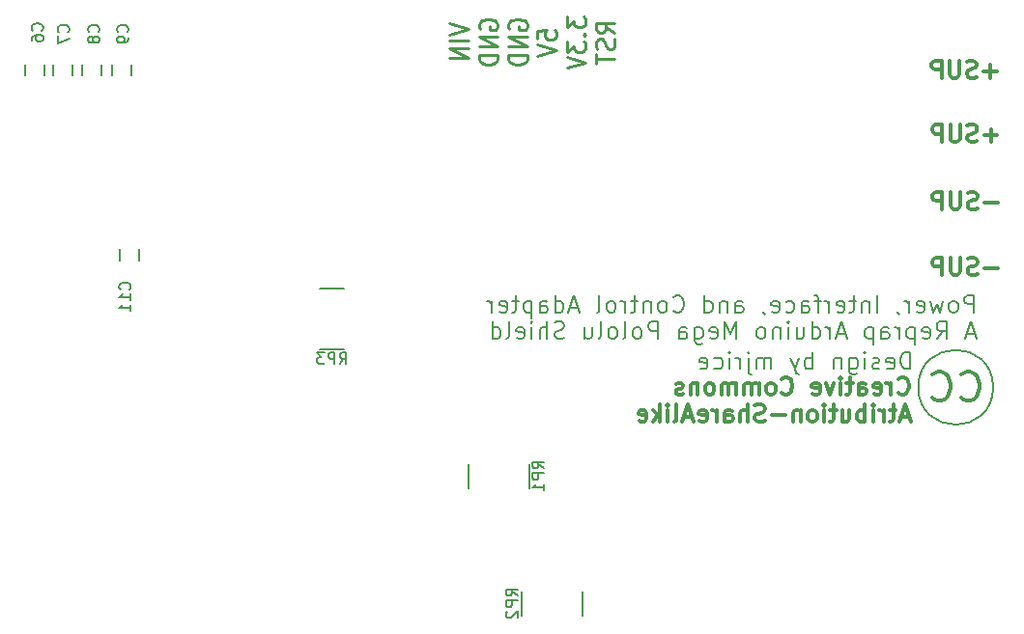
<source format=gbr>
G04 #@! TF.FileFunction,Legend,Bot*
%FSLAX46Y46*%
G04 Gerber Fmt 4.6, Leading zero omitted, Abs format (unit mm)*
G04 Created by KiCad (PCBNEW 4.0.2-stable) date 4/20/2016 11:19:16 PM*
%MOMM*%
G01*
G04 APERTURE LIST*
%ADD10C,0.100000*%
%ADD11C,0.200000*%
%ADD12C,0.300000*%
%ADD13C,0.203200*%
%ADD14C,0.254000*%
%ADD15C,0.150000*%
G04 APERTURE END LIST*
D10*
D11*
X217708220Y-110642400D02*
G75*
G03X217708220Y-110642400I-3281420J0D01*
G01*
D12*
X209402514Y-111121114D02*
X209473943Y-111192543D01*
X209688229Y-111263971D01*
X209831086Y-111263971D01*
X210045371Y-111192543D01*
X210188229Y-111049686D01*
X210259657Y-110906829D01*
X210331086Y-110621114D01*
X210331086Y-110406829D01*
X210259657Y-110121114D01*
X210188229Y-109978257D01*
X210045371Y-109835400D01*
X209831086Y-109763971D01*
X209688229Y-109763971D01*
X209473943Y-109835400D01*
X209402514Y-109906829D01*
X208759657Y-111263971D02*
X208759657Y-110263971D01*
X208759657Y-110549686D02*
X208688229Y-110406829D01*
X208616800Y-110335400D01*
X208473943Y-110263971D01*
X208331086Y-110263971D01*
X207259658Y-111192543D02*
X207402515Y-111263971D01*
X207688229Y-111263971D01*
X207831086Y-111192543D01*
X207902515Y-111049686D01*
X207902515Y-110478257D01*
X207831086Y-110335400D01*
X207688229Y-110263971D01*
X207402515Y-110263971D01*
X207259658Y-110335400D01*
X207188229Y-110478257D01*
X207188229Y-110621114D01*
X207902515Y-110763971D01*
X205902515Y-111263971D02*
X205902515Y-110478257D01*
X205973944Y-110335400D01*
X206116801Y-110263971D01*
X206402515Y-110263971D01*
X206545372Y-110335400D01*
X205902515Y-111192543D02*
X206045372Y-111263971D01*
X206402515Y-111263971D01*
X206545372Y-111192543D01*
X206616801Y-111049686D01*
X206616801Y-110906829D01*
X206545372Y-110763971D01*
X206402515Y-110692543D01*
X206045372Y-110692543D01*
X205902515Y-110621114D01*
X205402515Y-110263971D02*
X204831086Y-110263971D01*
X205188229Y-109763971D02*
X205188229Y-111049686D01*
X205116801Y-111192543D01*
X204973943Y-111263971D01*
X204831086Y-111263971D01*
X204331086Y-111263971D02*
X204331086Y-110263971D01*
X204331086Y-109763971D02*
X204402515Y-109835400D01*
X204331086Y-109906829D01*
X204259658Y-109835400D01*
X204331086Y-109763971D01*
X204331086Y-109906829D01*
X203759657Y-110263971D02*
X203402514Y-111263971D01*
X203045372Y-110263971D01*
X201902515Y-111192543D02*
X202045372Y-111263971D01*
X202331086Y-111263971D01*
X202473943Y-111192543D01*
X202545372Y-111049686D01*
X202545372Y-110478257D01*
X202473943Y-110335400D01*
X202331086Y-110263971D01*
X202045372Y-110263971D01*
X201902515Y-110335400D01*
X201831086Y-110478257D01*
X201831086Y-110621114D01*
X202545372Y-110763971D01*
X199188229Y-111121114D02*
X199259658Y-111192543D01*
X199473944Y-111263971D01*
X199616801Y-111263971D01*
X199831086Y-111192543D01*
X199973944Y-111049686D01*
X200045372Y-110906829D01*
X200116801Y-110621114D01*
X200116801Y-110406829D01*
X200045372Y-110121114D01*
X199973944Y-109978257D01*
X199831086Y-109835400D01*
X199616801Y-109763971D01*
X199473944Y-109763971D01*
X199259658Y-109835400D01*
X199188229Y-109906829D01*
X198331086Y-111263971D02*
X198473944Y-111192543D01*
X198545372Y-111121114D01*
X198616801Y-110978257D01*
X198616801Y-110549686D01*
X198545372Y-110406829D01*
X198473944Y-110335400D01*
X198331086Y-110263971D01*
X198116801Y-110263971D01*
X197973944Y-110335400D01*
X197902515Y-110406829D01*
X197831086Y-110549686D01*
X197831086Y-110978257D01*
X197902515Y-111121114D01*
X197973944Y-111192543D01*
X198116801Y-111263971D01*
X198331086Y-111263971D01*
X197188229Y-111263971D02*
X197188229Y-110263971D01*
X197188229Y-110406829D02*
X197116801Y-110335400D01*
X196973943Y-110263971D01*
X196759658Y-110263971D01*
X196616801Y-110335400D01*
X196545372Y-110478257D01*
X196545372Y-111263971D01*
X196545372Y-110478257D02*
X196473943Y-110335400D01*
X196331086Y-110263971D01*
X196116801Y-110263971D01*
X195973943Y-110335400D01*
X195902515Y-110478257D01*
X195902515Y-111263971D01*
X195188229Y-111263971D02*
X195188229Y-110263971D01*
X195188229Y-110406829D02*
X195116801Y-110335400D01*
X194973943Y-110263971D01*
X194759658Y-110263971D01*
X194616801Y-110335400D01*
X194545372Y-110478257D01*
X194545372Y-111263971D01*
X194545372Y-110478257D02*
X194473943Y-110335400D01*
X194331086Y-110263971D01*
X194116801Y-110263971D01*
X193973943Y-110335400D01*
X193902515Y-110478257D01*
X193902515Y-111263971D01*
X192973943Y-111263971D02*
X193116801Y-111192543D01*
X193188229Y-111121114D01*
X193259658Y-110978257D01*
X193259658Y-110549686D01*
X193188229Y-110406829D01*
X193116801Y-110335400D01*
X192973943Y-110263971D01*
X192759658Y-110263971D01*
X192616801Y-110335400D01*
X192545372Y-110406829D01*
X192473943Y-110549686D01*
X192473943Y-110978257D01*
X192545372Y-111121114D01*
X192616801Y-111192543D01*
X192759658Y-111263971D01*
X192973943Y-111263971D01*
X191831086Y-110263971D02*
X191831086Y-111263971D01*
X191831086Y-110406829D02*
X191759658Y-110335400D01*
X191616800Y-110263971D01*
X191402515Y-110263971D01*
X191259658Y-110335400D01*
X191188229Y-110478257D01*
X191188229Y-111263971D01*
X190545372Y-111192543D02*
X190402515Y-111263971D01*
X190116800Y-111263971D01*
X189973943Y-111192543D01*
X189902515Y-111049686D01*
X189902515Y-110978257D01*
X189973943Y-110835400D01*
X190116800Y-110763971D01*
X190331086Y-110763971D01*
X190473943Y-110692543D01*
X190545372Y-110549686D01*
X190545372Y-110478257D01*
X190473943Y-110335400D01*
X190331086Y-110263971D01*
X190116800Y-110263971D01*
X189973943Y-110335400D01*
X210331086Y-113235400D02*
X209616800Y-113235400D01*
X210473943Y-113663971D02*
X209973943Y-112163971D01*
X209473943Y-113663971D01*
X209188229Y-112663971D02*
X208616800Y-112663971D01*
X208973943Y-112163971D02*
X208973943Y-113449686D01*
X208902515Y-113592543D01*
X208759657Y-113663971D01*
X208616800Y-113663971D01*
X208116800Y-113663971D02*
X208116800Y-112663971D01*
X208116800Y-112949686D02*
X208045372Y-112806829D01*
X207973943Y-112735400D01*
X207831086Y-112663971D01*
X207688229Y-112663971D01*
X207188229Y-113663971D02*
X207188229Y-112663971D01*
X207188229Y-112163971D02*
X207259658Y-112235400D01*
X207188229Y-112306829D01*
X207116801Y-112235400D01*
X207188229Y-112163971D01*
X207188229Y-112306829D01*
X206473943Y-113663971D02*
X206473943Y-112163971D01*
X206473943Y-112735400D02*
X206331086Y-112663971D01*
X206045372Y-112663971D01*
X205902515Y-112735400D01*
X205831086Y-112806829D01*
X205759657Y-112949686D01*
X205759657Y-113378257D01*
X205831086Y-113521114D01*
X205902515Y-113592543D01*
X206045372Y-113663971D01*
X206331086Y-113663971D01*
X206473943Y-113592543D01*
X204473943Y-112663971D02*
X204473943Y-113663971D01*
X205116800Y-112663971D02*
X205116800Y-113449686D01*
X205045372Y-113592543D01*
X204902514Y-113663971D01*
X204688229Y-113663971D01*
X204545372Y-113592543D01*
X204473943Y-113521114D01*
X203973943Y-112663971D02*
X203402514Y-112663971D01*
X203759657Y-112163971D02*
X203759657Y-113449686D01*
X203688229Y-113592543D01*
X203545371Y-113663971D01*
X203402514Y-113663971D01*
X202902514Y-113663971D02*
X202902514Y-112663971D01*
X202902514Y-112163971D02*
X202973943Y-112235400D01*
X202902514Y-112306829D01*
X202831086Y-112235400D01*
X202902514Y-112163971D01*
X202902514Y-112306829D01*
X201973942Y-113663971D02*
X202116800Y-113592543D01*
X202188228Y-113521114D01*
X202259657Y-113378257D01*
X202259657Y-112949686D01*
X202188228Y-112806829D01*
X202116800Y-112735400D01*
X201973942Y-112663971D01*
X201759657Y-112663971D01*
X201616800Y-112735400D01*
X201545371Y-112806829D01*
X201473942Y-112949686D01*
X201473942Y-113378257D01*
X201545371Y-113521114D01*
X201616800Y-113592543D01*
X201759657Y-113663971D01*
X201973942Y-113663971D01*
X200831085Y-112663971D02*
X200831085Y-113663971D01*
X200831085Y-112806829D02*
X200759657Y-112735400D01*
X200616799Y-112663971D01*
X200402514Y-112663971D01*
X200259657Y-112735400D01*
X200188228Y-112878257D01*
X200188228Y-113663971D01*
X199473942Y-113092543D02*
X198331085Y-113092543D01*
X197688228Y-113592543D02*
X197473942Y-113663971D01*
X197116799Y-113663971D01*
X196973942Y-113592543D01*
X196902513Y-113521114D01*
X196831085Y-113378257D01*
X196831085Y-113235400D01*
X196902513Y-113092543D01*
X196973942Y-113021114D01*
X197116799Y-112949686D01*
X197402513Y-112878257D01*
X197545371Y-112806829D01*
X197616799Y-112735400D01*
X197688228Y-112592543D01*
X197688228Y-112449686D01*
X197616799Y-112306829D01*
X197545371Y-112235400D01*
X197402513Y-112163971D01*
X197045371Y-112163971D01*
X196831085Y-112235400D01*
X196188228Y-113663971D02*
X196188228Y-112163971D01*
X195545371Y-113663971D02*
X195545371Y-112878257D01*
X195616800Y-112735400D01*
X195759657Y-112663971D01*
X195973942Y-112663971D01*
X196116800Y-112735400D01*
X196188228Y-112806829D01*
X194188228Y-113663971D02*
X194188228Y-112878257D01*
X194259657Y-112735400D01*
X194402514Y-112663971D01*
X194688228Y-112663971D01*
X194831085Y-112735400D01*
X194188228Y-113592543D02*
X194331085Y-113663971D01*
X194688228Y-113663971D01*
X194831085Y-113592543D01*
X194902514Y-113449686D01*
X194902514Y-113306829D01*
X194831085Y-113163971D01*
X194688228Y-113092543D01*
X194331085Y-113092543D01*
X194188228Y-113021114D01*
X193473942Y-113663971D02*
X193473942Y-112663971D01*
X193473942Y-112949686D02*
X193402514Y-112806829D01*
X193331085Y-112735400D01*
X193188228Y-112663971D01*
X193045371Y-112663971D01*
X191973943Y-113592543D02*
X192116800Y-113663971D01*
X192402514Y-113663971D01*
X192545371Y-113592543D01*
X192616800Y-113449686D01*
X192616800Y-112878257D01*
X192545371Y-112735400D01*
X192402514Y-112663971D01*
X192116800Y-112663971D01*
X191973943Y-112735400D01*
X191902514Y-112878257D01*
X191902514Y-113021114D01*
X192616800Y-113163971D01*
X191331086Y-113235400D02*
X190616800Y-113235400D01*
X191473943Y-113663971D02*
X190973943Y-112163971D01*
X190473943Y-113663971D01*
X189759657Y-113663971D02*
X189902515Y-113592543D01*
X189973943Y-113449686D01*
X189973943Y-112163971D01*
X189188229Y-113663971D02*
X189188229Y-112663971D01*
X189188229Y-112163971D02*
X189259658Y-112235400D01*
X189188229Y-112306829D01*
X189116801Y-112235400D01*
X189188229Y-112163971D01*
X189188229Y-112306829D01*
X188473943Y-113663971D02*
X188473943Y-112163971D01*
X188331086Y-113092543D02*
X187902515Y-113663971D01*
X187902515Y-112663971D02*
X188473943Y-113235400D01*
X186688229Y-113592543D02*
X186831086Y-113663971D01*
X187116800Y-113663971D01*
X187259657Y-113592543D01*
X187331086Y-113449686D01*
X187331086Y-112878257D01*
X187259657Y-112735400D01*
X187116800Y-112663971D01*
X186831086Y-112663971D01*
X186688229Y-112735400D01*
X186616800Y-112878257D01*
X186616800Y-113021114D01*
X187331086Y-113163971D01*
X214936010Y-111574943D02*
X215056962Y-111695895D01*
X215419819Y-111816848D01*
X215661724Y-111816848D01*
X216024581Y-111695895D01*
X216266486Y-111453990D01*
X216387438Y-111212086D01*
X216508390Y-110728276D01*
X216508390Y-110365419D01*
X216387438Y-109881610D01*
X216266486Y-109639705D01*
X216024581Y-109397800D01*
X215661724Y-109276848D01*
X215419819Y-109276848D01*
X215056962Y-109397800D01*
X214936010Y-109518752D01*
X212396010Y-111574943D02*
X212516962Y-111695895D01*
X212879819Y-111816848D01*
X213121724Y-111816848D01*
X213484581Y-111695895D01*
X213726486Y-111453990D01*
X213847438Y-111212086D01*
X213968390Y-110728276D01*
X213968390Y-110365419D01*
X213847438Y-109881610D01*
X213726486Y-109639705D01*
X213484581Y-109397800D01*
X213121724Y-109276848D01*
X212879819Y-109276848D01*
X212516962Y-109397800D01*
X212396010Y-109518752D01*
D13*
X210458485Y-109034971D02*
X210458485Y-107534971D01*
X210101342Y-107534971D01*
X209887057Y-107606400D01*
X209744199Y-107749257D01*
X209672771Y-107892114D01*
X209601342Y-108177829D01*
X209601342Y-108392114D01*
X209672771Y-108677829D01*
X209744199Y-108820686D01*
X209887057Y-108963543D01*
X210101342Y-109034971D01*
X210458485Y-109034971D01*
X208387057Y-108963543D02*
X208529914Y-109034971D01*
X208815628Y-109034971D01*
X208958485Y-108963543D01*
X209029914Y-108820686D01*
X209029914Y-108249257D01*
X208958485Y-108106400D01*
X208815628Y-108034971D01*
X208529914Y-108034971D01*
X208387057Y-108106400D01*
X208315628Y-108249257D01*
X208315628Y-108392114D01*
X209029914Y-108534971D01*
X207744200Y-108963543D02*
X207601343Y-109034971D01*
X207315628Y-109034971D01*
X207172771Y-108963543D01*
X207101343Y-108820686D01*
X207101343Y-108749257D01*
X207172771Y-108606400D01*
X207315628Y-108534971D01*
X207529914Y-108534971D01*
X207672771Y-108463543D01*
X207744200Y-108320686D01*
X207744200Y-108249257D01*
X207672771Y-108106400D01*
X207529914Y-108034971D01*
X207315628Y-108034971D01*
X207172771Y-108106400D01*
X206458485Y-109034971D02*
X206458485Y-108034971D01*
X206458485Y-107534971D02*
X206529914Y-107606400D01*
X206458485Y-107677829D01*
X206387057Y-107606400D01*
X206458485Y-107534971D01*
X206458485Y-107677829D01*
X205101342Y-108034971D02*
X205101342Y-109249257D01*
X205172771Y-109392114D01*
X205244199Y-109463543D01*
X205387056Y-109534971D01*
X205601342Y-109534971D01*
X205744199Y-109463543D01*
X205101342Y-108963543D02*
X205244199Y-109034971D01*
X205529913Y-109034971D01*
X205672771Y-108963543D01*
X205744199Y-108892114D01*
X205815628Y-108749257D01*
X205815628Y-108320686D01*
X205744199Y-108177829D01*
X205672771Y-108106400D01*
X205529913Y-108034971D01*
X205244199Y-108034971D01*
X205101342Y-108106400D01*
X204387056Y-108034971D02*
X204387056Y-109034971D01*
X204387056Y-108177829D02*
X204315628Y-108106400D01*
X204172770Y-108034971D01*
X203958485Y-108034971D01*
X203815628Y-108106400D01*
X203744199Y-108249257D01*
X203744199Y-109034971D01*
X201887056Y-109034971D02*
X201887056Y-107534971D01*
X201887056Y-108106400D02*
X201744199Y-108034971D01*
X201458485Y-108034971D01*
X201315628Y-108106400D01*
X201244199Y-108177829D01*
X201172770Y-108320686D01*
X201172770Y-108749257D01*
X201244199Y-108892114D01*
X201315628Y-108963543D01*
X201458485Y-109034971D01*
X201744199Y-109034971D01*
X201887056Y-108963543D01*
X200672770Y-108034971D02*
X200315627Y-109034971D01*
X199958485Y-108034971D02*
X200315627Y-109034971D01*
X200458485Y-109392114D01*
X200529913Y-109463543D01*
X200672770Y-109534971D01*
X198244199Y-109034971D02*
X198244199Y-108034971D01*
X198244199Y-108177829D02*
X198172771Y-108106400D01*
X198029913Y-108034971D01*
X197815628Y-108034971D01*
X197672771Y-108106400D01*
X197601342Y-108249257D01*
X197601342Y-109034971D01*
X197601342Y-108249257D02*
X197529913Y-108106400D01*
X197387056Y-108034971D01*
X197172771Y-108034971D01*
X197029913Y-108106400D01*
X196958485Y-108249257D01*
X196958485Y-109034971D01*
X196244199Y-108034971D02*
X196244199Y-109320686D01*
X196315628Y-109463543D01*
X196458485Y-109534971D01*
X196529913Y-109534971D01*
X196244199Y-107534971D02*
X196315628Y-107606400D01*
X196244199Y-107677829D01*
X196172771Y-107606400D01*
X196244199Y-107534971D01*
X196244199Y-107677829D01*
X195529913Y-109034971D02*
X195529913Y-108034971D01*
X195529913Y-108320686D02*
X195458485Y-108177829D01*
X195387056Y-108106400D01*
X195244199Y-108034971D01*
X195101342Y-108034971D01*
X194601342Y-109034971D02*
X194601342Y-108034971D01*
X194601342Y-107534971D02*
X194672771Y-107606400D01*
X194601342Y-107677829D01*
X194529914Y-107606400D01*
X194601342Y-107534971D01*
X194601342Y-107677829D01*
X193244199Y-108963543D02*
X193387056Y-109034971D01*
X193672770Y-109034971D01*
X193815628Y-108963543D01*
X193887056Y-108892114D01*
X193958485Y-108749257D01*
X193958485Y-108320686D01*
X193887056Y-108177829D01*
X193815628Y-108106400D01*
X193672770Y-108034971D01*
X193387056Y-108034971D01*
X193244199Y-108106400D01*
X192029914Y-108963543D02*
X192172771Y-109034971D01*
X192458485Y-109034971D01*
X192601342Y-108963543D01*
X192672771Y-108820686D01*
X192672771Y-108249257D01*
X192601342Y-108106400D01*
X192458485Y-108034971D01*
X192172771Y-108034971D01*
X192029914Y-108106400D01*
X191958485Y-108249257D01*
X191958485Y-108392114D01*
X192672771Y-108534971D01*
X216050857Y-104073371D02*
X216050857Y-102573371D01*
X215479429Y-102573371D01*
X215336571Y-102644800D01*
X215265143Y-102716229D01*
X215193714Y-102859086D01*
X215193714Y-103073371D01*
X215265143Y-103216229D01*
X215336571Y-103287657D01*
X215479429Y-103359086D01*
X216050857Y-103359086D01*
X214336571Y-104073371D02*
X214479429Y-104001943D01*
X214550857Y-103930514D01*
X214622286Y-103787657D01*
X214622286Y-103359086D01*
X214550857Y-103216229D01*
X214479429Y-103144800D01*
X214336571Y-103073371D01*
X214122286Y-103073371D01*
X213979429Y-103144800D01*
X213908000Y-103216229D01*
X213836571Y-103359086D01*
X213836571Y-103787657D01*
X213908000Y-103930514D01*
X213979429Y-104001943D01*
X214122286Y-104073371D01*
X214336571Y-104073371D01*
X213336571Y-103073371D02*
X213050857Y-104073371D01*
X212765143Y-103359086D01*
X212479428Y-104073371D01*
X212193714Y-103073371D01*
X211050857Y-104001943D02*
X211193714Y-104073371D01*
X211479428Y-104073371D01*
X211622285Y-104001943D01*
X211693714Y-103859086D01*
X211693714Y-103287657D01*
X211622285Y-103144800D01*
X211479428Y-103073371D01*
X211193714Y-103073371D01*
X211050857Y-103144800D01*
X210979428Y-103287657D01*
X210979428Y-103430514D01*
X211693714Y-103573371D01*
X210336571Y-104073371D02*
X210336571Y-103073371D01*
X210336571Y-103359086D02*
X210265143Y-103216229D01*
X210193714Y-103144800D01*
X210050857Y-103073371D01*
X209908000Y-103073371D01*
X209336572Y-104001943D02*
X209336572Y-104073371D01*
X209408000Y-104216229D01*
X209479429Y-104287657D01*
X207550857Y-104073371D02*
X207550857Y-102573371D01*
X206836571Y-103073371D02*
X206836571Y-104073371D01*
X206836571Y-103216229D02*
X206765143Y-103144800D01*
X206622285Y-103073371D01*
X206408000Y-103073371D01*
X206265143Y-103144800D01*
X206193714Y-103287657D01*
X206193714Y-104073371D01*
X205693714Y-103073371D02*
X205122285Y-103073371D01*
X205479428Y-102573371D02*
X205479428Y-103859086D01*
X205408000Y-104001943D01*
X205265142Y-104073371D01*
X205122285Y-104073371D01*
X204050857Y-104001943D02*
X204193714Y-104073371D01*
X204479428Y-104073371D01*
X204622285Y-104001943D01*
X204693714Y-103859086D01*
X204693714Y-103287657D01*
X204622285Y-103144800D01*
X204479428Y-103073371D01*
X204193714Y-103073371D01*
X204050857Y-103144800D01*
X203979428Y-103287657D01*
X203979428Y-103430514D01*
X204693714Y-103573371D01*
X203336571Y-104073371D02*
X203336571Y-103073371D01*
X203336571Y-103359086D02*
X203265143Y-103216229D01*
X203193714Y-103144800D01*
X203050857Y-103073371D01*
X202908000Y-103073371D01*
X202622286Y-103073371D02*
X202050857Y-103073371D01*
X202408000Y-104073371D02*
X202408000Y-102787657D01*
X202336572Y-102644800D01*
X202193714Y-102573371D01*
X202050857Y-102573371D01*
X200908000Y-104073371D02*
X200908000Y-103287657D01*
X200979429Y-103144800D01*
X201122286Y-103073371D01*
X201408000Y-103073371D01*
X201550857Y-103144800D01*
X200908000Y-104001943D02*
X201050857Y-104073371D01*
X201408000Y-104073371D01*
X201550857Y-104001943D01*
X201622286Y-103859086D01*
X201622286Y-103716229D01*
X201550857Y-103573371D01*
X201408000Y-103501943D01*
X201050857Y-103501943D01*
X200908000Y-103430514D01*
X199550857Y-104001943D02*
X199693714Y-104073371D01*
X199979428Y-104073371D01*
X200122286Y-104001943D01*
X200193714Y-103930514D01*
X200265143Y-103787657D01*
X200265143Y-103359086D01*
X200193714Y-103216229D01*
X200122286Y-103144800D01*
X199979428Y-103073371D01*
X199693714Y-103073371D01*
X199550857Y-103144800D01*
X198336572Y-104001943D02*
X198479429Y-104073371D01*
X198765143Y-104073371D01*
X198908000Y-104001943D01*
X198979429Y-103859086D01*
X198979429Y-103287657D01*
X198908000Y-103144800D01*
X198765143Y-103073371D01*
X198479429Y-103073371D01*
X198336572Y-103144800D01*
X198265143Y-103287657D01*
X198265143Y-103430514D01*
X198979429Y-103573371D01*
X197550858Y-104001943D02*
X197550858Y-104073371D01*
X197622286Y-104216229D01*
X197693715Y-104287657D01*
X195122286Y-104073371D02*
X195122286Y-103287657D01*
X195193715Y-103144800D01*
X195336572Y-103073371D01*
X195622286Y-103073371D01*
X195765143Y-103144800D01*
X195122286Y-104001943D02*
X195265143Y-104073371D01*
X195622286Y-104073371D01*
X195765143Y-104001943D01*
X195836572Y-103859086D01*
X195836572Y-103716229D01*
X195765143Y-103573371D01*
X195622286Y-103501943D01*
X195265143Y-103501943D01*
X195122286Y-103430514D01*
X194408000Y-103073371D02*
X194408000Y-104073371D01*
X194408000Y-103216229D02*
X194336572Y-103144800D01*
X194193714Y-103073371D01*
X193979429Y-103073371D01*
X193836572Y-103144800D01*
X193765143Y-103287657D01*
X193765143Y-104073371D01*
X192408000Y-104073371D02*
X192408000Y-102573371D01*
X192408000Y-104001943D02*
X192550857Y-104073371D01*
X192836571Y-104073371D01*
X192979429Y-104001943D01*
X193050857Y-103930514D01*
X193122286Y-103787657D01*
X193122286Y-103359086D01*
X193050857Y-103216229D01*
X192979429Y-103144800D01*
X192836571Y-103073371D01*
X192550857Y-103073371D01*
X192408000Y-103144800D01*
X189693714Y-103930514D02*
X189765143Y-104001943D01*
X189979429Y-104073371D01*
X190122286Y-104073371D01*
X190336571Y-104001943D01*
X190479429Y-103859086D01*
X190550857Y-103716229D01*
X190622286Y-103430514D01*
X190622286Y-103216229D01*
X190550857Y-102930514D01*
X190479429Y-102787657D01*
X190336571Y-102644800D01*
X190122286Y-102573371D01*
X189979429Y-102573371D01*
X189765143Y-102644800D01*
X189693714Y-102716229D01*
X188836571Y-104073371D02*
X188979429Y-104001943D01*
X189050857Y-103930514D01*
X189122286Y-103787657D01*
X189122286Y-103359086D01*
X189050857Y-103216229D01*
X188979429Y-103144800D01*
X188836571Y-103073371D01*
X188622286Y-103073371D01*
X188479429Y-103144800D01*
X188408000Y-103216229D01*
X188336571Y-103359086D01*
X188336571Y-103787657D01*
X188408000Y-103930514D01*
X188479429Y-104001943D01*
X188622286Y-104073371D01*
X188836571Y-104073371D01*
X187693714Y-103073371D02*
X187693714Y-104073371D01*
X187693714Y-103216229D02*
X187622286Y-103144800D01*
X187479428Y-103073371D01*
X187265143Y-103073371D01*
X187122286Y-103144800D01*
X187050857Y-103287657D01*
X187050857Y-104073371D01*
X186550857Y-103073371D02*
X185979428Y-103073371D01*
X186336571Y-102573371D02*
X186336571Y-103859086D01*
X186265143Y-104001943D01*
X186122285Y-104073371D01*
X185979428Y-104073371D01*
X185479428Y-104073371D02*
X185479428Y-103073371D01*
X185479428Y-103359086D02*
X185408000Y-103216229D01*
X185336571Y-103144800D01*
X185193714Y-103073371D01*
X185050857Y-103073371D01*
X184336571Y-104073371D02*
X184479429Y-104001943D01*
X184550857Y-103930514D01*
X184622286Y-103787657D01*
X184622286Y-103359086D01*
X184550857Y-103216229D01*
X184479429Y-103144800D01*
X184336571Y-103073371D01*
X184122286Y-103073371D01*
X183979429Y-103144800D01*
X183908000Y-103216229D01*
X183836571Y-103359086D01*
X183836571Y-103787657D01*
X183908000Y-103930514D01*
X183979429Y-104001943D01*
X184122286Y-104073371D01*
X184336571Y-104073371D01*
X182979428Y-104073371D02*
X183122286Y-104001943D01*
X183193714Y-103859086D01*
X183193714Y-102573371D01*
X181336572Y-103644800D02*
X180622286Y-103644800D01*
X181479429Y-104073371D02*
X180979429Y-102573371D01*
X180479429Y-104073371D01*
X179336572Y-104073371D02*
X179336572Y-102573371D01*
X179336572Y-104001943D02*
X179479429Y-104073371D01*
X179765143Y-104073371D01*
X179908001Y-104001943D01*
X179979429Y-103930514D01*
X180050858Y-103787657D01*
X180050858Y-103359086D01*
X179979429Y-103216229D01*
X179908001Y-103144800D01*
X179765143Y-103073371D01*
X179479429Y-103073371D01*
X179336572Y-103144800D01*
X177979429Y-104073371D02*
X177979429Y-103287657D01*
X178050858Y-103144800D01*
X178193715Y-103073371D01*
X178479429Y-103073371D01*
X178622286Y-103144800D01*
X177979429Y-104001943D02*
X178122286Y-104073371D01*
X178479429Y-104073371D01*
X178622286Y-104001943D01*
X178693715Y-103859086D01*
X178693715Y-103716229D01*
X178622286Y-103573371D01*
X178479429Y-103501943D01*
X178122286Y-103501943D01*
X177979429Y-103430514D01*
X177265143Y-103073371D02*
X177265143Y-104573371D01*
X177265143Y-103144800D02*
X177122286Y-103073371D01*
X176836572Y-103073371D01*
X176693715Y-103144800D01*
X176622286Y-103216229D01*
X176550857Y-103359086D01*
X176550857Y-103787657D01*
X176622286Y-103930514D01*
X176693715Y-104001943D01*
X176836572Y-104073371D01*
X177122286Y-104073371D01*
X177265143Y-104001943D01*
X176122286Y-103073371D02*
X175550857Y-103073371D01*
X175908000Y-102573371D02*
X175908000Y-103859086D01*
X175836572Y-104001943D01*
X175693714Y-104073371D01*
X175550857Y-104073371D01*
X174479429Y-104001943D02*
X174622286Y-104073371D01*
X174908000Y-104073371D01*
X175050857Y-104001943D01*
X175122286Y-103859086D01*
X175122286Y-103287657D01*
X175050857Y-103144800D01*
X174908000Y-103073371D01*
X174622286Y-103073371D01*
X174479429Y-103144800D01*
X174408000Y-103287657D01*
X174408000Y-103430514D01*
X175122286Y-103573371D01*
X173765143Y-104073371D02*
X173765143Y-103073371D01*
X173765143Y-103359086D02*
X173693715Y-103216229D01*
X173622286Y-103144800D01*
X173479429Y-103073371D01*
X173336572Y-103073371D01*
X216122286Y-105948000D02*
X215408000Y-105948000D01*
X216265143Y-106376571D02*
X215765143Y-104876571D01*
X215265143Y-106376571D01*
X212765143Y-106376571D02*
X213265143Y-105662286D01*
X213622286Y-106376571D02*
X213622286Y-104876571D01*
X213050858Y-104876571D01*
X212908000Y-104948000D01*
X212836572Y-105019429D01*
X212765143Y-105162286D01*
X212765143Y-105376571D01*
X212836572Y-105519429D01*
X212908000Y-105590857D01*
X213050858Y-105662286D01*
X213622286Y-105662286D01*
X211550858Y-106305143D02*
X211693715Y-106376571D01*
X211979429Y-106376571D01*
X212122286Y-106305143D01*
X212193715Y-106162286D01*
X212193715Y-105590857D01*
X212122286Y-105448000D01*
X211979429Y-105376571D01*
X211693715Y-105376571D01*
X211550858Y-105448000D01*
X211479429Y-105590857D01*
X211479429Y-105733714D01*
X212193715Y-105876571D01*
X210836572Y-105376571D02*
X210836572Y-106876571D01*
X210836572Y-105448000D02*
X210693715Y-105376571D01*
X210408001Y-105376571D01*
X210265144Y-105448000D01*
X210193715Y-105519429D01*
X210122286Y-105662286D01*
X210122286Y-106090857D01*
X210193715Y-106233714D01*
X210265144Y-106305143D01*
X210408001Y-106376571D01*
X210693715Y-106376571D01*
X210836572Y-106305143D01*
X209479429Y-106376571D02*
X209479429Y-105376571D01*
X209479429Y-105662286D02*
X209408001Y-105519429D01*
X209336572Y-105448000D01*
X209193715Y-105376571D01*
X209050858Y-105376571D01*
X207908001Y-106376571D02*
X207908001Y-105590857D01*
X207979430Y-105448000D01*
X208122287Y-105376571D01*
X208408001Y-105376571D01*
X208550858Y-105448000D01*
X207908001Y-106305143D02*
X208050858Y-106376571D01*
X208408001Y-106376571D01*
X208550858Y-106305143D01*
X208622287Y-106162286D01*
X208622287Y-106019429D01*
X208550858Y-105876571D01*
X208408001Y-105805143D01*
X208050858Y-105805143D01*
X207908001Y-105733714D01*
X207193715Y-105376571D02*
X207193715Y-106876571D01*
X207193715Y-105448000D02*
X207050858Y-105376571D01*
X206765144Y-105376571D01*
X206622287Y-105448000D01*
X206550858Y-105519429D01*
X206479429Y-105662286D01*
X206479429Y-106090857D01*
X206550858Y-106233714D01*
X206622287Y-106305143D01*
X206765144Y-106376571D01*
X207050858Y-106376571D01*
X207193715Y-106305143D01*
X204765144Y-105948000D02*
X204050858Y-105948000D01*
X204908001Y-106376571D02*
X204408001Y-104876571D01*
X203908001Y-106376571D01*
X203408001Y-106376571D02*
X203408001Y-105376571D01*
X203408001Y-105662286D02*
X203336573Y-105519429D01*
X203265144Y-105448000D01*
X203122287Y-105376571D01*
X202979430Y-105376571D01*
X201836573Y-106376571D02*
X201836573Y-104876571D01*
X201836573Y-106305143D02*
X201979430Y-106376571D01*
X202265144Y-106376571D01*
X202408002Y-106305143D01*
X202479430Y-106233714D01*
X202550859Y-106090857D01*
X202550859Y-105662286D01*
X202479430Y-105519429D01*
X202408002Y-105448000D01*
X202265144Y-105376571D01*
X201979430Y-105376571D01*
X201836573Y-105448000D01*
X200479430Y-105376571D02*
X200479430Y-106376571D01*
X201122287Y-105376571D02*
X201122287Y-106162286D01*
X201050859Y-106305143D01*
X200908001Y-106376571D01*
X200693716Y-106376571D01*
X200550859Y-106305143D01*
X200479430Y-106233714D01*
X199765144Y-106376571D02*
X199765144Y-105376571D01*
X199765144Y-104876571D02*
X199836573Y-104948000D01*
X199765144Y-105019429D01*
X199693716Y-104948000D01*
X199765144Y-104876571D01*
X199765144Y-105019429D01*
X199050858Y-105376571D02*
X199050858Y-106376571D01*
X199050858Y-105519429D02*
X198979430Y-105448000D01*
X198836572Y-105376571D01*
X198622287Y-105376571D01*
X198479430Y-105448000D01*
X198408001Y-105590857D01*
X198408001Y-106376571D01*
X197479429Y-106376571D02*
X197622287Y-106305143D01*
X197693715Y-106233714D01*
X197765144Y-106090857D01*
X197765144Y-105662286D01*
X197693715Y-105519429D01*
X197622287Y-105448000D01*
X197479429Y-105376571D01*
X197265144Y-105376571D01*
X197122287Y-105448000D01*
X197050858Y-105519429D01*
X196979429Y-105662286D01*
X196979429Y-106090857D01*
X197050858Y-106233714D01*
X197122287Y-106305143D01*
X197265144Y-106376571D01*
X197479429Y-106376571D01*
X195193715Y-106376571D02*
X195193715Y-104876571D01*
X194693715Y-105948000D01*
X194193715Y-104876571D01*
X194193715Y-106376571D01*
X192908001Y-106305143D02*
X193050858Y-106376571D01*
X193336572Y-106376571D01*
X193479429Y-106305143D01*
X193550858Y-106162286D01*
X193550858Y-105590857D01*
X193479429Y-105448000D01*
X193336572Y-105376571D01*
X193050858Y-105376571D01*
X192908001Y-105448000D01*
X192836572Y-105590857D01*
X192836572Y-105733714D01*
X193550858Y-105876571D01*
X191550858Y-105376571D02*
X191550858Y-106590857D01*
X191622287Y-106733714D01*
X191693715Y-106805143D01*
X191836572Y-106876571D01*
X192050858Y-106876571D01*
X192193715Y-106805143D01*
X191550858Y-106305143D02*
X191693715Y-106376571D01*
X191979429Y-106376571D01*
X192122287Y-106305143D01*
X192193715Y-106233714D01*
X192265144Y-106090857D01*
X192265144Y-105662286D01*
X192193715Y-105519429D01*
X192122287Y-105448000D01*
X191979429Y-105376571D01*
X191693715Y-105376571D01*
X191550858Y-105448000D01*
X190193715Y-106376571D02*
X190193715Y-105590857D01*
X190265144Y-105448000D01*
X190408001Y-105376571D01*
X190693715Y-105376571D01*
X190836572Y-105448000D01*
X190193715Y-106305143D02*
X190336572Y-106376571D01*
X190693715Y-106376571D01*
X190836572Y-106305143D01*
X190908001Y-106162286D01*
X190908001Y-106019429D01*
X190836572Y-105876571D01*
X190693715Y-105805143D01*
X190336572Y-105805143D01*
X190193715Y-105733714D01*
X188336572Y-106376571D02*
X188336572Y-104876571D01*
X187765144Y-104876571D01*
X187622286Y-104948000D01*
X187550858Y-105019429D01*
X187479429Y-105162286D01*
X187479429Y-105376571D01*
X187550858Y-105519429D01*
X187622286Y-105590857D01*
X187765144Y-105662286D01*
X188336572Y-105662286D01*
X186622286Y-106376571D02*
X186765144Y-106305143D01*
X186836572Y-106233714D01*
X186908001Y-106090857D01*
X186908001Y-105662286D01*
X186836572Y-105519429D01*
X186765144Y-105448000D01*
X186622286Y-105376571D01*
X186408001Y-105376571D01*
X186265144Y-105448000D01*
X186193715Y-105519429D01*
X186122286Y-105662286D01*
X186122286Y-106090857D01*
X186193715Y-106233714D01*
X186265144Y-106305143D01*
X186408001Y-106376571D01*
X186622286Y-106376571D01*
X185265143Y-106376571D02*
X185408001Y-106305143D01*
X185479429Y-106162286D01*
X185479429Y-104876571D01*
X184479429Y-106376571D02*
X184622287Y-106305143D01*
X184693715Y-106233714D01*
X184765144Y-106090857D01*
X184765144Y-105662286D01*
X184693715Y-105519429D01*
X184622287Y-105448000D01*
X184479429Y-105376571D01*
X184265144Y-105376571D01*
X184122287Y-105448000D01*
X184050858Y-105519429D01*
X183979429Y-105662286D01*
X183979429Y-106090857D01*
X184050858Y-106233714D01*
X184122287Y-106305143D01*
X184265144Y-106376571D01*
X184479429Y-106376571D01*
X183122286Y-106376571D02*
X183265144Y-106305143D01*
X183336572Y-106162286D01*
X183336572Y-104876571D01*
X181908001Y-105376571D02*
X181908001Y-106376571D01*
X182550858Y-105376571D02*
X182550858Y-106162286D01*
X182479430Y-106305143D01*
X182336572Y-106376571D01*
X182122287Y-106376571D01*
X181979430Y-106305143D01*
X181908001Y-106233714D01*
X180122287Y-106305143D02*
X179908001Y-106376571D01*
X179550858Y-106376571D01*
X179408001Y-106305143D01*
X179336572Y-106233714D01*
X179265144Y-106090857D01*
X179265144Y-105948000D01*
X179336572Y-105805143D01*
X179408001Y-105733714D01*
X179550858Y-105662286D01*
X179836572Y-105590857D01*
X179979430Y-105519429D01*
X180050858Y-105448000D01*
X180122287Y-105305143D01*
X180122287Y-105162286D01*
X180050858Y-105019429D01*
X179979430Y-104948000D01*
X179836572Y-104876571D01*
X179479430Y-104876571D01*
X179265144Y-104948000D01*
X178622287Y-106376571D02*
X178622287Y-104876571D01*
X177979430Y-106376571D02*
X177979430Y-105590857D01*
X178050859Y-105448000D01*
X178193716Y-105376571D01*
X178408001Y-105376571D01*
X178550859Y-105448000D01*
X178622287Y-105519429D01*
X177265144Y-106376571D02*
X177265144Y-105376571D01*
X177265144Y-104876571D02*
X177336573Y-104948000D01*
X177265144Y-105019429D01*
X177193716Y-104948000D01*
X177265144Y-104876571D01*
X177265144Y-105019429D01*
X175979430Y-106305143D02*
X176122287Y-106376571D01*
X176408001Y-106376571D01*
X176550858Y-106305143D01*
X176622287Y-106162286D01*
X176622287Y-105590857D01*
X176550858Y-105448000D01*
X176408001Y-105376571D01*
X176122287Y-105376571D01*
X175979430Y-105448000D01*
X175908001Y-105590857D01*
X175908001Y-105733714D01*
X176622287Y-105876571D01*
X175050858Y-106376571D02*
X175193716Y-106305143D01*
X175265144Y-106162286D01*
X175265144Y-104876571D01*
X173836573Y-106376571D02*
X173836573Y-104876571D01*
X173836573Y-106305143D02*
X173979430Y-106376571D01*
X174265144Y-106376571D01*
X174408002Y-106305143D01*
X174479430Y-106233714D01*
X174550859Y-106090857D01*
X174550859Y-105662286D01*
X174479430Y-105519429D01*
X174408002Y-105448000D01*
X174265144Y-105376571D01*
X173979430Y-105376571D01*
X173836573Y-105448000D01*
D12*
X218111828Y-100208543D02*
X216968971Y-100208543D01*
X216326114Y-100708543D02*
X216111828Y-100779971D01*
X215754685Y-100779971D01*
X215611828Y-100708543D01*
X215540399Y-100637114D01*
X215468971Y-100494257D01*
X215468971Y-100351400D01*
X215540399Y-100208543D01*
X215611828Y-100137114D01*
X215754685Y-100065686D01*
X216040399Y-99994257D01*
X216183257Y-99922829D01*
X216254685Y-99851400D01*
X216326114Y-99708543D01*
X216326114Y-99565686D01*
X216254685Y-99422829D01*
X216183257Y-99351400D01*
X216040399Y-99279971D01*
X215683257Y-99279971D01*
X215468971Y-99351400D01*
X214826114Y-99279971D02*
X214826114Y-100494257D01*
X214754686Y-100637114D01*
X214683257Y-100708543D01*
X214540400Y-100779971D01*
X214254686Y-100779971D01*
X214111828Y-100708543D01*
X214040400Y-100637114D01*
X213968971Y-100494257D01*
X213968971Y-99279971D01*
X213254685Y-100779971D02*
X213254685Y-99279971D01*
X212683257Y-99279971D01*
X212540399Y-99351400D01*
X212468971Y-99422829D01*
X212397542Y-99565686D01*
X212397542Y-99779971D01*
X212468971Y-99922829D01*
X212540399Y-99994257D01*
X212683257Y-100065686D01*
X213254685Y-100065686D01*
X218111828Y-94442743D02*
X216968971Y-94442743D01*
X216326114Y-94942743D02*
X216111828Y-95014171D01*
X215754685Y-95014171D01*
X215611828Y-94942743D01*
X215540399Y-94871314D01*
X215468971Y-94728457D01*
X215468971Y-94585600D01*
X215540399Y-94442743D01*
X215611828Y-94371314D01*
X215754685Y-94299886D01*
X216040399Y-94228457D01*
X216183257Y-94157029D01*
X216254685Y-94085600D01*
X216326114Y-93942743D01*
X216326114Y-93799886D01*
X216254685Y-93657029D01*
X216183257Y-93585600D01*
X216040399Y-93514171D01*
X215683257Y-93514171D01*
X215468971Y-93585600D01*
X214826114Y-93514171D02*
X214826114Y-94728457D01*
X214754686Y-94871314D01*
X214683257Y-94942743D01*
X214540400Y-95014171D01*
X214254686Y-95014171D01*
X214111828Y-94942743D01*
X214040400Y-94871314D01*
X213968971Y-94728457D01*
X213968971Y-93514171D01*
X213254685Y-95014171D02*
X213254685Y-93514171D01*
X212683257Y-93514171D01*
X212540399Y-93585600D01*
X212468971Y-93657029D01*
X212397542Y-93799886D01*
X212397542Y-94014171D01*
X212468971Y-94157029D01*
X212540399Y-94228457D01*
X212683257Y-94299886D01*
X213254685Y-94299886D01*
X218086428Y-88549943D02*
X216943571Y-88549943D01*
X217515000Y-89121371D02*
X217515000Y-87978514D01*
X216300714Y-89049943D02*
X216086428Y-89121371D01*
X215729285Y-89121371D01*
X215586428Y-89049943D01*
X215514999Y-88978514D01*
X215443571Y-88835657D01*
X215443571Y-88692800D01*
X215514999Y-88549943D01*
X215586428Y-88478514D01*
X215729285Y-88407086D01*
X216014999Y-88335657D01*
X216157857Y-88264229D01*
X216229285Y-88192800D01*
X216300714Y-88049943D01*
X216300714Y-87907086D01*
X216229285Y-87764229D01*
X216157857Y-87692800D01*
X216014999Y-87621371D01*
X215657857Y-87621371D01*
X215443571Y-87692800D01*
X214800714Y-87621371D02*
X214800714Y-88835657D01*
X214729286Y-88978514D01*
X214657857Y-89049943D01*
X214515000Y-89121371D01*
X214229286Y-89121371D01*
X214086428Y-89049943D01*
X214015000Y-88978514D01*
X213943571Y-88835657D01*
X213943571Y-87621371D01*
X213229285Y-89121371D02*
X213229285Y-87621371D01*
X212657857Y-87621371D01*
X212514999Y-87692800D01*
X212443571Y-87764229D01*
X212372142Y-87907086D01*
X212372142Y-88121371D01*
X212443571Y-88264229D01*
X212514999Y-88335657D01*
X212657857Y-88407086D01*
X213229285Y-88407086D01*
X218035628Y-82911143D02*
X216892771Y-82911143D01*
X217464200Y-83482571D02*
X217464200Y-82339714D01*
X216249914Y-83411143D02*
X216035628Y-83482571D01*
X215678485Y-83482571D01*
X215535628Y-83411143D01*
X215464199Y-83339714D01*
X215392771Y-83196857D01*
X215392771Y-83054000D01*
X215464199Y-82911143D01*
X215535628Y-82839714D01*
X215678485Y-82768286D01*
X215964199Y-82696857D01*
X216107057Y-82625429D01*
X216178485Y-82554000D01*
X216249914Y-82411143D01*
X216249914Y-82268286D01*
X216178485Y-82125429D01*
X216107057Y-82054000D01*
X215964199Y-81982571D01*
X215607057Y-81982571D01*
X215392771Y-82054000D01*
X214749914Y-81982571D02*
X214749914Y-83196857D01*
X214678486Y-83339714D01*
X214607057Y-83411143D01*
X214464200Y-83482571D01*
X214178486Y-83482571D01*
X214035628Y-83411143D01*
X213964200Y-83339714D01*
X213892771Y-83196857D01*
X213892771Y-81982571D01*
X213178485Y-83482571D02*
X213178485Y-81982571D01*
X212607057Y-81982571D01*
X212464199Y-82054000D01*
X212392771Y-82125429D01*
X212321342Y-82268286D01*
X212321342Y-82482571D01*
X212392771Y-82625429D01*
X212464199Y-82696857D01*
X212607057Y-82768286D01*
X213178485Y-82768286D01*
D14*
X170075981Y-78697343D02*
X171726981Y-79197343D01*
X170075981Y-79697343D01*
X171726981Y-80197343D02*
X170075981Y-80197343D01*
X171726981Y-80911629D02*
X170075981Y-80911629D01*
X171726981Y-81768772D01*
X170075981Y-81768772D01*
X172720000Y-79197343D02*
X172641381Y-79054486D01*
X172641381Y-78840200D01*
X172720000Y-78625915D01*
X172877238Y-78483057D01*
X173034476Y-78411629D01*
X173348952Y-78340200D01*
X173584810Y-78340200D01*
X173899286Y-78411629D01*
X174056524Y-78483057D01*
X174213762Y-78625915D01*
X174292381Y-78840200D01*
X174292381Y-78983057D01*
X174213762Y-79197343D01*
X174135143Y-79268772D01*
X173584810Y-79268772D01*
X173584810Y-78983057D01*
X174292381Y-79911629D02*
X172641381Y-79911629D01*
X174292381Y-80768772D01*
X172641381Y-80768772D01*
X174292381Y-81483058D02*
X172641381Y-81483058D01*
X172641381Y-81840201D01*
X172720000Y-82054486D01*
X172877238Y-82197344D01*
X173034476Y-82268772D01*
X173348952Y-82340201D01*
X173584810Y-82340201D01*
X173899286Y-82268772D01*
X174056524Y-82197344D01*
X174213762Y-82054486D01*
X174292381Y-81840201D01*
X174292381Y-81483058D01*
X175285400Y-79197343D02*
X175206781Y-79054486D01*
X175206781Y-78840200D01*
X175285400Y-78625915D01*
X175442638Y-78483057D01*
X175599876Y-78411629D01*
X175914352Y-78340200D01*
X176150210Y-78340200D01*
X176464686Y-78411629D01*
X176621924Y-78483057D01*
X176779162Y-78625915D01*
X176857781Y-78840200D01*
X176857781Y-78983057D01*
X176779162Y-79197343D01*
X176700543Y-79268772D01*
X176150210Y-79268772D01*
X176150210Y-78983057D01*
X176857781Y-79911629D02*
X175206781Y-79911629D01*
X176857781Y-80768772D01*
X175206781Y-80768772D01*
X176857781Y-81483058D02*
X175206781Y-81483058D01*
X175206781Y-81840201D01*
X175285400Y-82054486D01*
X175442638Y-82197344D01*
X175599876Y-82268772D01*
X175914352Y-82340201D01*
X176150210Y-82340201D01*
X176464686Y-82268772D01*
X176621924Y-82197344D01*
X176779162Y-82054486D01*
X176857781Y-81840201D01*
X176857781Y-81483058D01*
X177772181Y-80054487D02*
X177772181Y-79340201D01*
X178558371Y-79268772D01*
X178479752Y-79340201D01*
X178401133Y-79483058D01*
X178401133Y-79840201D01*
X178479752Y-79983058D01*
X178558371Y-80054487D01*
X178715610Y-80125915D01*
X179108705Y-80125915D01*
X179265943Y-80054487D01*
X179344562Y-79983058D01*
X179423181Y-79840201D01*
X179423181Y-79483058D01*
X179344562Y-79340201D01*
X179265943Y-79268772D01*
X177772181Y-80554486D02*
X179423181Y-81054486D01*
X177772181Y-81554486D01*
X180337581Y-78125915D02*
X180337581Y-79054486D01*
X180966533Y-78554486D01*
X180966533Y-78768772D01*
X181045152Y-78911629D01*
X181123771Y-78983058D01*
X181281010Y-79054486D01*
X181674105Y-79054486D01*
X181831343Y-78983058D01*
X181909962Y-78911629D01*
X181988581Y-78768772D01*
X181988581Y-78340200D01*
X181909962Y-78197343D01*
X181831343Y-78125915D01*
X181831343Y-79697343D02*
X181909962Y-79768771D01*
X181988581Y-79697343D01*
X181909962Y-79625914D01*
X181831343Y-79697343D01*
X181988581Y-79697343D01*
X180337581Y-80268772D02*
X180337581Y-81197343D01*
X180966533Y-80697343D01*
X180966533Y-80911629D01*
X181045152Y-81054486D01*
X181123771Y-81125915D01*
X181281010Y-81197343D01*
X181674105Y-81197343D01*
X181831343Y-81125915D01*
X181909962Y-81054486D01*
X181988581Y-80911629D01*
X181988581Y-80483057D01*
X181909962Y-80340200D01*
X181831343Y-80268772D01*
X180337581Y-81625914D02*
X181988581Y-82125914D01*
X180337581Y-82625914D01*
X184553981Y-79518772D02*
X183767790Y-79018772D01*
X184553981Y-78661629D02*
X182902981Y-78661629D01*
X182902981Y-79233057D01*
X182981600Y-79375915D01*
X183060219Y-79447343D01*
X183217457Y-79518772D01*
X183453314Y-79518772D01*
X183610552Y-79447343D01*
X183689171Y-79375915D01*
X183767790Y-79233057D01*
X183767790Y-78661629D01*
X184475362Y-80090200D02*
X184553981Y-80304486D01*
X184553981Y-80661629D01*
X184475362Y-80804486D01*
X184396743Y-80875915D01*
X184239505Y-80947343D01*
X184082267Y-80947343D01*
X183925029Y-80875915D01*
X183846410Y-80804486D01*
X183767790Y-80661629D01*
X183689171Y-80375915D01*
X183610552Y-80233057D01*
X183531933Y-80161629D01*
X183374695Y-80090200D01*
X183217457Y-80090200D01*
X183060219Y-80161629D01*
X182981600Y-80233057D01*
X182902981Y-80375915D01*
X182902981Y-80733057D01*
X182981600Y-80947343D01*
X182902981Y-81375914D02*
X182902981Y-82233057D01*
X184553981Y-81804486D02*
X182902981Y-81804486D01*
D15*
X160816000Y-101973000D02*
X158716000Y-101973000D01*
X160816000Y-107323000D02*
X158716000Y-107323000D01*
X134581000Y-82304000D02*
X134581000Y-83304000D01*
X132881000Y-83304000D02*
X132881000Y-82304000D01*
X136994000Y-82304000D02*
X136994000Y-83304000D01*
X135294000Y-83304000D02*
X135294000Y-82304000D01*
X139534000Y-82304000D02*
X139534000Y-83304000D01*
X137834000Y-83304000D02*
X137834000Y-82304000D01*
X142201000Y-82304000D02*
X142201000Y-83304000D01*
X140501000Y-83304000D02*
X140501000Y-82304000D01*
X141199500Y-99496500D02*
X141199500Y-98496500D01*
X142899500Y-98496500D02*
X142899500Y-99496500D01*
X171696000Y-117377500D02*
X171696000Y-119477500D01*
X177046000Y-117377500D02*
X177046000Y-119477500D01*
X181745000Y-130653500D02*
X181745000Y-128553500D01*
X176395000Y-130653500D02*
X176395000Y-128553500D01*
X160432666Y-108600381D02*
X160766000Y-108124190D01*
X161004095Y-108600381D02*
X161004095Y-107600381D01*
X160623142Y-107600381D01*
X160527904Y-107648000D01*
X160480285Y-107695619D01*
X160432666Y-107790857D01*
X160432666Y-107933714D01*
X160480285Y-108028952D01*
X160527904Y-108076571D01*
X160623142Y-108124190D01*
X161004095Y-108124190D01*
X160004095Y-108600381D02*
X160004095Y-107600381D01*
X159623142Y-107600381D01*
X159527904Y-107648000D01*
X159480285Y-107695619D01*
X159432666Y-107790857D01*
X159432666Y-107933714D01*
X159480285Y-108028952D01*
X159527904Y-108076571D01*
X159623142Y-108124190D01*
X160004095Y-108124190D01*
X159099333Y-107600381D02*
X158480285Y-107600381D01*
X158813619Y-107981333D01*
X158670761Y-107981333D01*
X158575523Y-108028952D01*
X158527904Y-108076571D01*
X158480285Y-108171810D01*
X158480285Y-108409905D01*
X158527904Y-108505143D01*
X158575523Y-108552762D01*
X158670761Y-108600381D01*
X158956476Y-108600381D01*
X159051714Y-108552762D01*
X159099333Y-108505143D01*
X134342143Y-79335334D02*
X134389762Y-79287715D01*
X134437381Y-79144858D01*
X134437381Y-79049620D01*
X134389762Y-78906762D01*
X134294524Y-78811524D01*
X134199286Y-78763905D01*
X134008810Y-78716286D01*
X133865952Y-78716286D01*
X133675476Y-78763905D01*
X133580238Y-78811524D01*
X133485000Y-78906762D01*
X133437381Y-79049620D01*
X133437381Y-79144858D01*
X133485000Y-79287715D01*
X133532619Y-79335334D01*
X133437381Y-80192477D02*
X133437381Y-80002000D01*
X133485000Y-79906762D01*
X133532619Y-79859143D01*
X133675476Y-79763905D01*
X133865952Y-79716286D01*
X134246905Y-79716286D01*
X134342143Y-79763905D01*
X134389762Y-79811524D01*
X134437381Y-79906762D01*
X134437381Y-80097239D01*
X134389762Y-80192477D01*
X134342143Y-80240096D01*
X134246905Y-80287715D01*
X134008810Y-80287715D01*
X133913571Y-80240096D01*
X133865952Y-80192477D01*
X133818333Y-80097239D01*
X133818333Y-79906762D01*
X133865952Y-79811524D01*
X133913571Y-79763905D01*
X134008810Y-79716286D01*
X136628143Y-79462334D02*
X136675762Y-79414715D01*
X136723381Y-79271858D01*
X136723381Y-79176620D01*
X136675762Y-79033762D01*
X136580524Y-78938524D01*
X136485286Y-78890905D01*
X136294810Y-78843286D01*
X136151952Y-78843286D01*
X135961476Y-78890905D01*
X135866238Y-78938524D01*
X135771000Y-79033762D01*
X135723381Y-79176620D01*
X135723381Y-79271858D01*
X135771000Y-79414715D01*
X135818619Y-79462334D01*
X135723381Y-79795667D02*
X135723381Y-80462334D01*
X136723381Y-80033762D01*
X139295143Y-79462334D02*
X139342762Y-79414715D01*
X139390381Y-79271858D01*
X139390381Y-79176620D01*
X139342762Y-79033762D01*
X139247524Y-78938524D01*
X139152286Y-78890905D01*
X138961810Y-78843286D01*
X138818952Y-78843286D01*
X138628476Y-78890905D01*
X138533238Y-78938524D01*
X138438000Y-79033762D01*
X138390381Y-79176620D01*
X138390381Y-79271858D01*
X138438000Y-79414715D01*
X138485619Y-79462334D01*
X138818952Y-80033762D02*
X138771333Y-79938524D01*
X138723714Y-79890905D01*
X138628476Y-79843286D01*
X138580857Y-79843286D01*
X138485619Y-79890905D01*
X138438000Y-79938524D01*
X138390381Y-80033762D01*
X138390381Y-80224239D01*
X138438000Y-80319477D01*
X138485619Y-80367096D01*
X138580857Y-80414715D01*
X138628476Y-80414715D01*
X138723714Y-80367096D01*
X138771333Y-80319477D01*
X138818952Y-80224239D01*
X138818952Y-80033762D01*
X138866571Y-79938524D01*
X138914190Y-79890905D01*
X139009429Y-79843286D01*
X139199905Y-79843286D01*
X139295143Y-79890905D01*
X139342762Y-79938524D01*
X139390381Y-80033762D01*
X139390381Y-80224239D01*
X139342762Y-80319477D01*
X139295143Y-80367096D01*
X139199905Y-80414715D01*
X139009429Y-80414715D01*
X138914190Y-80367096D01*
X138866571Y-80319477D01*
X138818952Y-80224239D01*
X141835143Y-79462334D02*
X141882762Y-79414715D01*
X141930381Y-79271858D01*
X141930381Y-79176620D01*
X141882762Y-79033762D01*
X141787524Y-78938524D01*
X141692286Y-78890905D01*
X141501810Y-78843286D01*
X141358952Y-78843286D01*
X141168476Y-78890905D01*
X141073238Y-78938524D01*
X140978000Y-79033762D01*
X140930381Y-79176620D01*
X140930381Y-79271858D01*
X140978000Y-79414715D01*
X141025619Y-79462334D01*
X141930381Y-79938524D02*
X141930381Y-80129000D01*
X141882762Y-80224239D01*
X141835143Y-80271858D01*
X141692286Y-80367096D01*
X141501810Y-80414715D01*
X141120857Y-80414715D01*
X141025619Y-80367096D01*
X140978000Y-80319477D01*
X140930381Y-80224239D01*
X140930381Y-80033762D01*
X140978000Y-79938524D01*
X141025619Y-79890905D01*
X141120857Y-79843286D01*
X141358952Y-79843286D01*
X141454190Y-79890905D01*
X141501810Y-79938524D01*
X141549429Y-80033762D01*
X141549429Y-80224239D01*
X141501810Y-80319477D01*
X141454190Y-80367096D01*
X141358952Y-80414715D01*
X142025643Y-102062043D02*
X142073262Y-102014424D01*
X142120881Y-101871567D01*
X142120881Y-101776329D01*
X142073262Y-101633471D01*
X141978024Y-101538233D01*
X141882786Y-101490614D01*
X141692310Y-101442995D01*
X141549452Y-101442995D01*
X141358976Y-101490614D01*
X141263738Y-101538233D01*
X141168500Y-101633471D01*
X141120881Y-101776329D01*
X141120881Y-101871567D01*
X141168500Y-102014424D01*
X141216119Y-102062043D01*
X142120881Y-103014424D02*
X142120881Y-102442995D01*
X142120881Y-102728709D02*
X141120881Y-102728709D01*
X141263738Y-102633471D01*
X141358976Y-102538233D01*
X141406595Y-102442995D01*
X142120881Y-103966805D02*
X142120881Y-103395376D01*
X142120881Y-103681090D02*
X141120881Y-103681090D01*
X141263738Y-103585852D01*
X141358976Y-103490614D01*
X141406595Y-103395376D01*
X178323381Y-117760834D02*
X177847190Y-117427500D01*
X178323381Y-117189405D02*
X177323381Y-117189405D01*
X177323381Y-117570358D01*
X177371000Y-117665596D01*
X177418619Y-117713215D01*
X177513857Y-117760834D01*
X177656714Y-117760834D01*
X177751952Y-117713215D01*
X177799571Y-117665596D01*
X177847190Y-117570358D01*
X177847190Y-117189405D01*
X178323381Y-118189405D02*
X177323381Y-118189405D01*
X177323381Y-118570358D01*
X177371000Y-118665596D01*
X177418619Y-118713215D01*
X177513857Y-118760834D01*
X177656714Y-118760834D01*
X177751952Y-118713215D01*
X177799571Y-118665596D01*
X177847190Y-118570358D01*
X177847190Y-118189405D01*
X178323381Y-119713215D02*
X178323381Y-119141786D01*
X178323381Y-119427500D02*
X177323381Y-119427500D01*
X177466238Y-119332262D01*
X177561476Y-119237024D01*
X177609095Y-119141786D01*
X176022381Y-128936834D02*
X175546190Y-128603500D01*
X176022381Y-128365405D02*
X175022381Y-128365405D01*
X175022381Y-128746358D01*
X175070000Y-128841596D01*
X175117619Y-128889215D01*
X175212857Y-128936834D01*
X175355714Y-128936834D01*
X175450952Y-128889215D01*
X175498571Y-128841596D01*
X175546190Y-128746358D01*
X175546190Y-128365405D01*
X176022381Y-129365405D02*
X175022381Y-129365405D01*
X175022381Y-129746358D01*
X175070000Y-129841596D01*
X175117619Y-129889215D01*
X175212857Y-129936834D01*
X175355714Y-129936834D01*
X175450952Y-129889215D01*
X175498571Y-129841596D01*
X175546190Y-129746358D01*
X175546190Y-129365405D01*
X175117619Y-130317786D02*
X175070000Y-130365405D01*
X175022381Y-130460643D01*
X175022381Y-130698739D01*
X175070000Y-130793977D01*
X175117619Y-130841596D01*
X175212857Y-130889215D01*
X175308095Y-130889215D01*
X175450952Y-130841596D01*
X176022381Y-130270167D01*
X176022381Y-130889215D01*
M02*

</source>
